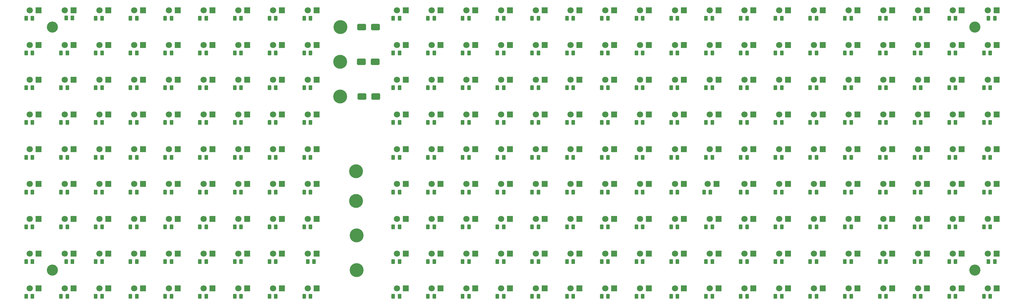
<source format=gbr>
%TF.GenerationSoftware,KiCad,Pcbnew,9.0.3*%
%TF.CreationDate,2025-07-14T16:51:55+02:00*%
%TF.ProjectId,9x9+9x18Module,3978392b-3978-4313-984d-6f64756c652e,rev?*%
%TF.SameCoordinates,Original*%
%TF.FileFunction,Soldermask,Bot*%
%TF.FilePolarity,Negative*%
%FSLAX46Y46*%
G04 Gerber Fmt 4.6, Leading zero omitted, Abs format (unit mm)*
G04 Created by KiCad (PCBNEW 9.0.3) date 2025-07-14 16:51:55*
%MOMM*%
%LPD*%
G01*
G04 APERTURE LIST*
G04 Aperture macros list*
%AMRoundRect*
0 Rectangle with rounded corners*
0 $1 Rounding radius*
0 $2 $3 $4 $5 $6 $7 $8 $9 X,Y pos of 4 corners*
0 Add a 4 corners polygon primitive as box body*
4,1,4,$2,$3,$4,$5,$6,$7,$8,$9,$2,$3,0*
0 Add four circle primitives for the rounded corners*
1,1,$1+$1,$2,$3*
1,1,$1+$1,$4,$5*
1,1,$1+$1,$6,$7*
1,1,$1+$1,$8,$9*
0 Add four rect primitives between the rounded corners*
20,1,$1+$1,$2,$3,$4,$5,0*
20,1,$1+$1,$4,$5,$6,$7,0*
20,1,$1+$1,$6,$7,$8,$9,0*
20,1,$1+$1,$8,$9,$2,$3,0*%
G04 Aperture macros list end*
%ADD10RoundRect,0.250000X0.262500X0.450000X-0.262500X0.450000X-0.262500X-0.450000X0.262500X-0.450000X0*%
%ADD11R,1.800000X1.800000*%
%ADD12C,1.800000*%
%ADD13RoundRect,0.250000X1.000000X0.650000X-1.000000X0.650000X-1.000000X-0.650000X1.000000X-0.650000X0*%
%ADD14C,3.200000*%
%ADD15C,4.000000*%
G04 APERTURE END LIST*
D10*
%TO.C,R168*%
X263627500Y-63200000D03*
X265452500Y-63200000D03*
%TD*%
D11*
%TO.C,D190*%
X277240000Y-70900000D03*
D12*
X274700000Y-70900000D03*
%TD*%
D11*
%TO.C,D181*%
X187240000Y-70900000D03*
D12*
X184700000Y-70900000D03*
%TD*%
D11*
%TO.C,D3*%
X41640000Y-20900000D03*
D12*
X39100000Y-20900000D03*
%TD*%
D11*
%TO.C,D209*%
X287240000Y-80900000D03*
D12*
X284700000Y-80900000D03*
%TD*%
D11*
%TO.C,D94*%
X217240000Y-20900000D03*
D12*
X214700000Y-20900000D03*
%TD*%
D11*
%TO.C,D73*%
X21640000Y-100900000D03*
D12*
X19100000Y-100900000D03*
%TD*%
D11*
%TO.C,D14*%
X61640000Y-30900000D03*
D12*
X59100000Y-30900000D03*
%TD*%
D11*
%TO.C,D72*%
X101640000Y-90900000D03*
D12*
X99100000Y-90900000D03*
%TD*%
D11*
%TO.C,D54*%
X101640000Y-70900000D03*
D12*
X99100000Y-70900000D03*
%TD*%
D11*
%TO.C,D53*%
X91640000Y-70900000D03*
D12*
X89100000Y-70900000D03*
%TD*%
D11*
%TO.C,D42*%
X71640000Y-60900000D03*
D12*
X69100000Y-60900000D03*
%TD*%
D11*
%TO.C,D172*%
X277240000Y-60900000D03*
D12*
X274700000Y-60900000D03*
%TD*%
D11*
%TO.C,D74*%
X31640000Y-100900000D03*
D12*
X29100000Y-100900000D03*
%TD*%
D11*
%TO.C,D200*%
X197240000Y-80900000D03*
D12*
X194700000Y-80900000D03*
%TD*%
D11*
%TO.C,D78*%
X71640000Y-100900000D03*
D12*
X69100000Y-100900000D03*
%TD*%
D11*
%TO.C,D212*%
X137240000Y-90900000D03*
D12*
X134700000Y-90900000D03*
%TD*%
D11*
%TO.C,D23*%
X61640000Y-40900000D03*
D12*
X59100000Y-40900000D03*
%TD*%
D11*
%TO.C,D213*%
X147240000Y-90900000D03*
D12*
X144700000Y-90900000D03*
%TD*%
D11*
%TO.C,D81*%
X101640000Y-100900000D03*
D12*
X99100000Y-100900000D03*
%TD*%
D11*
%TO.C,D179*%
X167240000Y-70900000D03*
D12*
X164700000Y-70900000D03*
%TD*%
D11*
%TO.C,D226*%
X277240000Y-90900000D03*
D12*
X274700000Y-90900000D03*
%TD*%
D11*
%TO.C,D87*%
X147240000Y-20900000D03*
D12*
X144700000Y-20900000D03*
%TD*%
D11*
%TO.C,D27*%
X101640000Y-40900000D03*
D12*
X99100000Y-40900000D03*
%TD*%
D11*
%TO.C,D126*%
X177240000Y-40900000D03*
D12*
X174700000Y-40900000D03*
%TD*%
D11*
%TO.C,D97*%
X247240000Y-20900000D03*
D12*
X244700000Y-20900000D03*
%TD*%
D11*
%TO.C,D168*%
X237240000Y-60900000D03*
D12*
X234700000Y-60900000D03*
%TD*%
D11*
%TO.C,D6*%
X71640000Y-20900000D03*
D12*
X69100000Y-20900000D03*
%TD*%
D11*
%TO.C,D37*%
X21640000Y-60900000D03*
D12*
X19100000Y-60900000D03*
%TD*%
D11*
%TO.C,D167*%
X227240000Y-60900000D03*
D12*
X224700000Y-60900000D03*
%TD*%
D11*
%TO.C,D147*%
X207240000Y-50900000D03*
D12*
X204700000Y-50900000D03*
%TD*%
D11*
%TO.C,D28*%
X21640000Y-50900000D03*
D12*
X19100000Y-50900000D03*
%TD*%
D11*
%TO.C,D121*%
X127240000Y-40900000D03*
D12*
X124700000Y-40900000D03*
%TD*%
D11*
%TO.C,D118*%
X277240000Y-30900000D03*
D12*
X274700000Y-30900000D03*
%TD*%
D11*
%TO.C,D111*%
X207240000Y-30900000D03*
D12*
X204700000Y-30900000D03*
%TD*%
D11*
%TO.C,D214*%
X157240000Y-90900000D03*
D12*
X154700000Y-90900000D03*
%TD*%
D11*
%TO.C,D67*%
X51640000Y-90900000D03*
D12*
X49100000Y-90900000D03*
%TD*%
D11*
%TO.C,D95*%
X227240000Y-20900000D03*
D12*
X224700000Y-20900000D03*
%TD*%
D11*
%TO.C,D123*%
X147240000Y-40900000D03*
D12*
X144700000Y-40900000D03*
%TD*%
D11*
%TO.C,D24*%
X71640000Y-40900000D03*
D12*
X69100000Y-40900000D03*
%TD*%
D11*
%TO.C,D224*%
X257240000Y-90900000D03*
D12*
X254700000Y-90900000D03*
%TD*%
D11*
%TO.C,D50*%
X61640000Y-70900000D03*
D12*
X59100000Y-70900000D03*
%TD*%
D11*
%TO.C,D210*%
X297240000Y-80900000D03*
D12*
X294700000Y-80900000D03*
%TD*%
D11*
%TO.C,D13*%
X51640000Y-30900000D03*
D12*
X49100000Y-30900000D03*
%TD*%
D11*
%TO.C,D222*%
X237240000Y-90900000D03*
D12*
X234700000Y-90900000D03*
%TD*%
D11*
%TO.C,D154*%
X277240000Y-50900000D03*
D12*
X274700000Y-50900000D03*
%TD*%
D11*
%TO.C,D156*%
X297240000Y-50900000D03*
D12*
X294700000Y-50900000D03*
%TD*%
D11*
%TO.C,D96*%
X237240000Y-20900000D03*
D12*
X234700000Y-20900000D03*
%TD*%
D11*
%TO.C,D164*%
X197240000Y-60900000D03*
D12*
X194700000Y-60900000D03*
%TD*%
D11*
%TO.C,D158*%
X137240000Y-60900000D03*
D12*
X134700000Y-60900000D03*
%TD*%
D11*
%TO.C,D66*%
X41640000Y-90900000D03*
D12*
X39100000Y-90900000D03*
%TD*%
D11*
%TO.C,D17*%
X91640000Y-30900000D03*
D12*
X89100000Y-30900000D03*
%TD*%
D11*
%TO.C,D26*%
X91640000Y-40900000D03*
D12*
X89100000Y-40900000D03*
%TD*%
D11*
%TO.C,D141*%
X147240000Y-50900000D03*
D12*
X144700000Y-50900000D03*
%TD*%
D11*
%TO.C,D208*%
X277240000Y-80900000D03*
D12*
X274700000Y-80900000D03*
%TD*%
D11*
%TO.C,D106*%
X157240000Y-30900000D03*
D12*
X154700000Y-30900000D03*
%TD*%
D11*
%TO.C,D41*%
X61640000Y-60900000D03*
D12*
X59100000Y-60900000D03*
%TD*%
D11*
%TO.C,D204*%
X237240000Y-80900000D03*
D12*
X234700000Y-80900000D03*
%TD*%
D11*
%TO.C,D9*%
X101640000Y-20900000D03*
D12*
X99100000Y-20900000D03*
%TD*%
D11*
%TO.C,D58*%
X51640000Y-80900000D03*
D12*
X49100000Y-80900000D03*
%TD*%
D11*
%TO.C,D235*%
X187240000Y-100900000D03*
D12*
X184700000Y-100900000D03*
%TD*%
D11*
%TO.C,D140*%
X137240000Y-50900000D03*
D12*
X134700000Y-50900000D03*
%TD*%
D11*
%TO.C,D101*%
X287240000Y-20900000D03*
D12*
X284700000Y-20900000D03*
%TD*%
D11*
%TO.C,D184*%
X216690000Y-70900000D03*
D12*
X214150000Y-70900000D03*
%TD*%
D11*
%TO.C,D71*%
X91640000Y-90900000D03*
D12*
X89100000Y-90900000D03*
%TD*%
D11*
%TO.C,D56*%
X31640000Y-80900000D03*
D12*
X29100000Y-80900000D03*
%TD*%
D11*
%TO.C,D76*%
X51640000Y-100900000D03*
D12*
X49100000Y-100900000D03*
%TD*%
D11*
%TO.C,D162*%
X177240000Y-60900000D03*
D12*
X174700000Y-60900000D03*
%TD*%
D11*
%TO.C,D132*%
X237240000Y-40900000D03*
D12*
X234700000Y-40900000D03*
%TD*%
D11*
%TO.C,D220*%
X217240000Y-90900000D03*
D12*
X214700000Y-90900000D03*
%TD*%
D11*
%TO.C,D99*%
X267240000Y-20900000D03*
D12*
X264700000Y-20900000D03*
%TD*%
D11*
%TO.C,D229*%
X127240000Y-100900000D03*
D12*
X124700000Y-100900000D03*
%TD*%
D11*
%TO.C,D104*%
X137240000Y-30900000D03*
D12*
X134700000Y-30900000D03*
%TD*%
D11*
%TO.C,D89*%
X167240000Y-20900000D03*
D12*
X164700000Y-20900000D03*
%TD*%
D11*
%TO.C,D185*%
X227240000Y-70900000D03*
D12*
X224700000Y-70900000D03*
%TD*%
D11*
%TO.C,D163*%
X187240000Y-60900000D03*
D12*
X184700000Y-60900000D03*
%TD*%
D11*
%TO.C,D233*%
X167240000Y-100900000D03*
D12*
X164700000Y-100900000D03*
%TD*%
D11*
%TO.C,D174*%
X297240000Y-60900000D03*
D12*
X294700000Y-60900000D03*
%TD*%
D11*
%TO.C,D145*%
X187240000Y-50900000D03*
D12*
X184700000Y-50900000D03*
%TD*%
D11*
%TO.C,D133*%
X247240000Y-40900000D03*
D12*
X244700000Y-40900000D03*
%TD*%
D11*
%TO.C,D225*%
X267240000Y-90900000D03*
D12*
X264700000Y-90900000D03*
%TD*%
D11*
%TO.C,D236*%
X197240000Y-100900000D03*
D12*
X194700000Y-100900000D03*
%TD*%
D11*
%TO.C,D102*%
X297240000Y-20900000D03*
D12*
X294700000Y-20900000D03*
%TD*%
D11*
%TO.C,D143*%
X167240000Y-50900000D03*
D12*
X164700000Y-50900000D03*
%TD*%
D11*
%TO.C,D45*%
X101640000Y-60900000D03*
D12*
X99100000Y-60900000D03*
%TD*%
D11*
%TO.C,D107*%
X167240000Y-30900000D03*
D12*
X164700000Y-30900000D03*
%TD*%
D11*
%TO.C,D231*%
X147240000Y-100900000D03*
D12*
X144700000Y-100900000D03*
%TD*%
D11*
%TO.C,D195*%
X147240000Y-80900000D03*
D12*
X144700000Y-80900000D03*
%TD*%
D11*
%TO.C,D18*%
X101640000Y-30900000D03*
D12*
X99100000Y-30900000D03*
%TD*%
D11*
%TO.C,D199*%
X187240000Y-80900000D03*
D12*
X184700000Y-80900000D03*
%TD*%
D11*
%TO.C,D4*%
X51640000Y-20900000D03*
D12*
X49100000Y-20900000D03*
%TD*%
D11*
%TO.C,D228*%
X297240000Y-90900000D03*
D12*
X294700000Y-90900000D03*
%TD*%
D11*
%TO.C,D20*%
X31640000Y-40900000D03*
D12*
X29100000Y-40900000D03*
%TD*%
D11*
%TO.C,D61*%
X81640000Y-80900000D03*
D12*
X79100000Y-80900000D03*
%TD*%
D11*
%TO.C,D32*%
X61640000Y-50900000D03*
D12*
X59100000Y-50900000D03*
%TD*%
D11*
%TO.C,D218*%
X197240000Y-90900000D03*
D12*
X194700000Y-90900000D03*
%TD*%
D11*
%TO.C,D242*%
X257240000Y-100900000D03*
D12*
X254700000Y-100900000D03*
%TD*%
D11*
%TO.C,D108*%
X177240000Y-30900000D03*
D12*
X174700000Y-30900000D03*
%TD*%
D11*
%TO.C,D43*%
X81640000Y-60900000D03*
D12*
X79100000Y-60900000D03*
%TD*%
D11*
%TO.C,D189*%
X267240000Y-70900000D03*
D12*
X264700000Y-70900000D03*
%TD*%
D11*
%TO.C,D201*%
X207240000Y-80900000D03*
D12*
X204700000Y-80900000D03*
%TD*%
D11*
%TO.C,D176*%
X137240000Y-70900000D03*
D12*
X134700000Y-70900000D03*
%TD*%
D11*
%TO.C,D130*%
X217240000Y-40900000D03*
D12*
X214700000Y-40900000D03*
%TD*%
D11*
%TO.C,D211*%
X127240000Y-90900000D03*
D12*
X124700000Y-90900000D03*
%TD*%
D11*
%TO.C,D205*%
X247240000Y-80900000D03*
D12*
X244700000Y-80900000D03*
%TD*%
D11*
%TO.C,D112*%
X217240000Y-30900000D03*
D12*
X214700000Y-30900000D03*
%TD*%
D11*
%TO.C,D138*%
X297240000Y-40900000D03*
D12*
X294700000Y-40900000D03*
%TD*%
D11*
%TO.C,D31*%
X51640000Y-50900000D03*
D12*
X49100000Y-50900000D03*
%TD*%
D11*
%TO.C,D166*%
X217240000Y-60900000D03*
D12*
X214700000Y-60900000D03*
%TD*%
D11*
%TO.C,D70*%
X81640000Y-90900000D03*
D12*
X79100000Y-90900000D03*
%TD*%
D11*
%TO.C,D202*%
X217240000Y-80900000D03*
D12*
X214700000Y-80900000D03*
%TD*%
D11*
%TO.C,D244*%
X277240000Y-100900000D03*
D12*
X274700000Y-100900000D03*
%TD*%
D11*
%TO.C,D223*%
X247240000Y-90900000D03*
D12*
X244700000Y-90900000D03*
%TD*%
D11*
%TO.C,D60*%
X71640000Y-80900000D03*
D12*
X69100000Y-80900000D03*
%TD*%
D11*
%TO.C,D48*%
X41640000Y-70900000D03*
D12*
X39100000Y-70900000D03*
%TD*%
D11*
%TO.C,D8*%
X91640000Y-20900000D03*
D12*
X89100000Y-20900000D03*
%TD*%
D11*
%TO.C,D2*%
X31640000Y-20900000D03*
D12*
X29100000Y-20900000D03*
%TD*%
D11*
%TO.C,D36*%
X101640000Y-50900000D03*
D12*
X99100000Y-50900000D03*
%TD*%
D11*
%TO.C,D69*%
X71640000Y-90900000D03*
D12*
X69100000Y-90900000D03*
%TD*%
D11*
%TO.C,D119*%
X287240000Y-30900000D03*
D12*
X284700000Y-30900000D03*
%TD*%
D11*
%TO.C,D146*%
X197240000Y-50900000D03*
D12*
X194700000Y-50900000D03*
%TD*%
D11*
%TO.C,D237*%
X207240000Y-100900000D03*
D12*
X204700000Y-100900000D03*
%TD*%
D11*
%TO.C,D219*%
X207240000Y-90900000D03*
D12*
X204700000Y-90900000D03*
%TD*%
D11*
%TO.C,D91*%
X187240000Y-20900000D03*
D12*
X184700000Y-20900000D03*
%TD*%
D11*
%TO.C,D15*%
X71640000Y-30900000D03*
D12*
X69100000Y-30900000D03*
%TD*%
D11*
%TO.C,D137*%
X287240000Y-40900000D03*
D12*
X284700000Y-40900000D03*
%TD*%
D11*
%TO.C,D142*%
X157240000Y-50900000D03*
D12*
X154700000Y-50900000D03*
%TD*%
D11*
%TO.C,D230*%
X137240000Y-100900000D03*
D12*
X134700000Y-100900000D03*
%TD*%
D11*
%TO.C,D170*%
X257240000Y-60900000D03*
D12*
X254700000Y-60900000D03*
%TD*%
D11*
%TO.C,D12*%
X41640000Y-30900000D03*
D12*
X39100000Y-30900000D03*
%TD*%
D11*
%TO.C,D127*%
X187240000Y-40900000D03*
D12*
X184700000Y-40900000D03*
%TD*%
D11*
%TO.C,D165*%
X207240000Y-60900000D03*
D12*
X204700000Y-60900000D03*
%TD*%
D11*
%TO.C,D105*%
X147240000Y-30900000D03*
D12*
X144700000Y-30900000D03*
%TD*%
D11*
%TO.C,D177*%
X147240000Y-70900000D03*
D12*
X144700000Y-70900000D03*
%TD*%
D11*
%TO.C,D49*%
X51640000Y-70900000D03*
D12*
X49100000Y-70900000D03*
%TD*%
D11*
%TO.C,D80*%
X91640000Y-100900000D03*
D12*
X89100000Y-100900000D03*
%TD*%
D11*
%TO.C,D186*%
X237240000Y-70900000D03*
D12*
X234700000Y-70900000D03*
%TD*%
D11*
%TO.C,D207*%
X267240000Y-80900000D03*
D12*
X264700000Y-80900000D03*
%TD*%
D11*
%TO.C,D241*%
X247240000Y-100900000D03*
D12*
X244700000Y-100900000D03*
%TD*%
D11*
%TO.C,D59*%
X61640000Y-80900000D03*
D12*
X59100000Y-80900000D03*
%TD*%
D11*
%TO.C,D5*%
X61640000Y-20900000D03*
D12*
X59100000Y-20900000D03*
%TD*%
D11*
%TO.C,D35*%
X91640000Y-50900000D03*
D12*
X89100000Y-50900000D03*
%TD*%
D11*
%TO.C,D98*%
X257240000Y-20900000D03*
D12*
X254700000Y-20900000D03*
%TD*%
D11*
%TO.C,D151*%
X247240000Y-50900000D03*
D12*
X244700000Y-50900000D03*
%TD*%
D11*
%TO.C,D155*%
X287240000Y-50900000D03*
D12*
X284700000Y-50900000D03*
%TD*%
D11*
%TO.C,D206*%
X257240000Y-80900000D03*
D12*
X254700000Y-80900000D03*
%TD*%
D11*
%TO.C,D64*%
X21640000Y-90900000D03*
D12*
X19100000Y-90900000D03*
%TD*%
D11*
%TO.C,D115*%
X247240000Y-30900000D03*
D12*
X244700000Y-30900000D03*
%TD*%
D11*
%TO.C,D178*%
X157240000Y-70900000D03*
D12*
X154700000Y-70900000D03*
%TD*%
D11*
%TO.C,D33*%
X71640000Y-50900000D03*
D12*
X69100000Y-50900000D03*
%TD*%
D11*
%TO.C,D152*%
X257240000Y-50900000D03*
D12*
X254700000Y-50900000D03*
%TD*%
D11*
%TO.C,D193*%
X127240000Y-80900000D03*
D12*
X124700000Y-80900000D03*
%TD*%
D11*
%TO.C,D144*%
X177240000Y-50900000D03*
D12*
X174700000Y-50900000D03*
%TD*%
D11*
%TO.C,D216*%
X177240000Y-90900000D03*
D12*
X174700000Y-90900000D03*
%TD*%
D11*
%TO.C,D188*%
X257240000Y-70900000D03*
D12*
X254700000Y-70900000D03*
%TD*%
D11*
%TO.C,D16*%
X81640000Y-30900000D03*
D12*
X79100000Y-30900000D03*
%TD*%
D11*
%TO.C,D243*%
X267240000Y-100900000D03*
D12*
X264700000Y-100900000D03*
%TD*%
D11*
%TO.C,D129*%
X207240000Y-40900000D03*
D12*
X204700000Y-40900000D03*
%TD*%
D11*
%TO.C,D52*%
X81640000Y-70900000D03*
D12*
X79100000Y-70900000D03*
%TD*%
D11*
%TO.C,D240*%
X237240000Y-100900000D03*
D12*
X234700000Y-100900000D03*
%TD*%
D11*
%TO.C,D30*%
X41640000Y-50900000D03*
D12*
X39100000Y-50900000D03*
%TD*%
D11*
%TO.C,D136*%
X277240000Y-40900000D03*
D12*
X274700000Y-40900000D03*
%TD*%
D11*
%TO.C,D238*%
X217240000Y-100900000D03*
D12*
X214700000Y-100900000D03*
%TD*%
D11*
%TO.C,D103*%
X127240000Y-30900000D03*
D12*
X124700000Y-30900000D03*
%TD*%
D11*
%TO.C,D22*%
X51640000Y-40900000D03*
D12*
X49100000Y-40900000D03*
%TD*%
D11*
%TO.C,D173*%
X287240000Y-60900000D03*
D12*
X284700000Y-60900000D03*
%TD*%
D11*
%TO.C,D77*%
X61640000Y-100900000D03*
D12*
X59100000Y-100900000D03*
%TD*%
D11*
%TO.C,D65*%
X31640000Y-90900000D03*
D12*
X29100000Y-90900000D03*
%TD*%
D11*
%TO.C,D134*%
X257240000Y-40900000D03*
D12*
X254700000Y-40900000D03*
%TD*%
D11*
%TO.C,D217*%
X187240000Y-90900000D03*
D12*
X184700000Y-90900000D03*
%TD*%
D11*
%TO.C,D117*%
X267240000Y-30900000D03*
D12*
X264700000Y-30900000D03*
%TD*%
D11*
%TO.C,D182*%
X197240000Y-70900000D03*
D12*
X194700000Y-70900000D03*
%TD*%
D11*
%TO.C,D100*%
X277240000Y-20900000D03*
D12*
X274700000Y-20900000D03*
%TD*%
D11*
%TO.C,D7*%
X81640000Y-20900000D03*
D12*
X79100000Y-20900000D03*
%TD*%
D11*
%TO.C,D221*%
X227240000Y-90900000D03*
D12*
X224700000Y-90900000D03*
%TD*%
D11*
%TO.C,D62*%
X91640000Y-80900000D03*
D12*
X89100000Y-80900000D03*
%TD*%
D11*
%TO.C,D25*%
X81640000Y-40900000D03*
D12*
X79100000Y-40900000D03*
%TD*%
D11*
%TO.C,D47*%
X31640000Y-70900000D03*
D12*
X29100000Y-70900000D03*
%TD*%
D11*
%TO.C,D197*%
X167240000Y-80900000D03*
D12*
X164700000Y-80900000D03*
%TD*%
D11*
%TO.C,D175*%
X127240000Y-70900000D03*
D12*
X124700000Y-70900000D03*
%TD*%
D11*
%TO.C,D183*%
X207240000Y-70900000D03*
D12*
X204700000Y-70900000D03*
%TD*%
D11*
%TO.C,D227*%
X287240000Y-90900000D03*
D12*
X284700000Y-90900000D03*
%TD*%
D11*
%TO.C,D55*%
X21640000Y-80900000D03*
D12*
X19100000Y-80900000D03*
%TD*%
D11*
%TO.C,D191*%
X287240000Y-70900000D03*
D12*
X284700000Y-70900000D03*
%TD*%
D11*
%TO.C,D246*%
X297240000Y-100900000D03*
D12*
X294700000Y-100900000D03*
%TD*%
D11*
%TO.C,D169*%
X247240000Y-60900000D03*
D12*
X244700000Y-60900000D03*
%TD*%
D11*
%TO.C,D116*%
X257240000Y-30900000D03*
D12*
X254700000Y-30900000D03*
%TD*%
D11*
%TO.C,D239*%
X227240000Y-100900000D03*
D12*
X224700000Y-100900000D03*
%TD*%
D11*
%TO.C,D11*%
X31640000Y-30900000D03*
D12*
X29100000Y-30900000D03*
%TD*%
D11*
%TO.C,D150*%
X237240000Y-50900000D03*
D12*
X234700000Y-50900000D03*
%TD*%
D11*
%TO.C,D39*%
X41640000Y-60900000D03*
D12*
X39100000Y-60900000D03*
%TD*%
D11*
%TO.C,D10*%
X21640000Y-30900000D03*
D12*
X19100000Y-30900000D03*
%TD*%
D11*
%TO.C,D203*%
X227240000Y-80900000D03*
D12*
X224700000Y-80900000D03*
%TD*%
D11*
%TO.C,D157*%
X127240000Y-60900000D03*
D12*
X124700000Y-60900000D03*
%TD*%
D11*
%TO.C,D88*%
X157240000Y-20900000D03*
D12*
X154700000Y-20900000D03*
%TD*%
D11*
%TO.C,D122*%
X137240000Y-40900000D03*
D12*
X134700000Y-40900000D03*
%TD*%
D11*
%TO.C,D180*%
X177240000Y-70900000D03*
D12*
X174700000Y-70900000D03*
%TD*%
D11*
%TO.C,D135*%
X267240000Y-40900000D03*
D12*
X264700000Y-40900000D03*
%TD*%
D11*
%TO.C,D109*%
X187240000Y-30900000D03*
D12*
X184700000Y-30900000D03*
%TD*%
D11*
%TO.C,D51*%
X71640000Y-70900000D03*
D12*
X69100000Y-70900000D03*
%TD*%
D11*
%TO.C,D192*%
X297240000Y-70900000D03*
D12*
X294700000Y-70900000D03*
%TD*%
D11*
%TO.C,D110*%
X197240000Y-30900000D03*
D12*
X194700000Y-30900000D03*
%TD*%
D11*
%TO.C,D38*%
X31640000Y-60900000D03*
D12*
X29100000Y-60900000D03*
%TD*%
D11*
%TO.C,D171*%
X267240000Y-60900000D03*
D12*
X264700000Y-60900000D03*
%TD*%
D11*
%TO.C,D46*%
X21640000Y-70900000D03*
D12*
X19100000Y-70900000D03*
%TD*%
D11*
%TO.C,D63*%
X101640000Y-80900000D03*
D12*
X99100000Y-80900000D03*
%TD*%
D11*
%TO.C,D44*%
X91640000Y-60900000D03*
D12*
X89100000Y-60900000D03*
%TD*%
D11*
%TO.C,D196*%
X157240000Y-80900000D03*
D12*
X154700000Y-80900000D03*
%TD*%
D11*
%TO.C,D93*%
X207240000Y-20900000D03*
D12*
X204700000Y-20900000D03*
%TD*%
D11*
%TO.C,D194*%
X137240000Y-80900000D03*
D12*
X134700000Y-80900000D03*
%TD*%
D11*
%TO.C,D161*%
X167240000Y-60900000D03*
D12*
X164700000Y-60900000D03*
%TD*%
D11*
%TO.C,D148*%
X217240000Y-50900000D03*
D12*
X214700000Y-50900000D03*
%TD*%
D11*
%TO.C,D40*%
X51640000Y-60900000D03*
D12*
X49100000Y-60900000D03*
%TD*%
D11*
%TO.C,D232*%
X157240000Y-100900000D03*
D12*
X154700000Y-100900000D03*
%TD*%
D11*
%TO.C,D79*%
X81640000Y-100900000D03*
D12*
X79100000Y-100900000D03*
%TD*%
D11*
%TO.C,D160*%
X157240000Y-60900000D03*
D12*
X154700000Y-60900000D03*
%TD*%
D11*
%TO.C,D92*%
X197240000Y-20900000D03*
D12*
X194700000Y-20900000D03*
%TD*%
D11*
%TO.C,D21*%
X41640000Y-40900000D03*
D12*
X39100000Y-40900000D03*
%TD*%
D11*
%TO.C,D125*%
X167240000Y-40900000D03*
D12*
X164700000Y-40900000D03*
%TD*%
D11*
%TO.C,D113*%
X227240000Y-30900000D03*
D12*
X224700000Y-30900000D03*
%TD*%
D11*
%TO.C,D75*%
X41640000Y-100900000D03*
D12*
X39100000Y-100900000D03*
%TD*%
D11*
%TO.C,D128*%
X197240000Y-40900000D03*
D12*
X194700000Y-40900000D03*
%TD*%
D11*
%TO.C,D85*%
X127240000Y-20900000D03*
D12*
X124700000Y-20900000D03*
%TD*%
D11*
%TO.C,D139*%
X127240000Y-50900000D03*
D12*
X124700000Y-50900000D03*
%TD*%
D11*
%TO.C,D34*%
X81640000Y-50900000D03*
D12*
X79100000Y-50900000D03*
%TD*%
D11*
%TO.C,D19*%
X21640000Y-40900000D03*
D12*
X19100000Y-40900000D03*
%TD*%
D11*
%TO.C,D149*%
X227240000Y-50900000D03*
D12*
X224700000Y-50900000D03*
%TD*%
D11*
%TO.C,D234*%
X177240000Y-100900000D03*
D12*
X174700000Y-100900000D03*
%TD*%
D11*
%TO.C,D68*%
X61640000Y-90900000D03*
D12*
X59100000Y-90900000D03*
%TD*%
D11*
%TO.C,D131*%
X227240000Y-40900000D03*
D12*
X224700000Y-40900000D03*
%TD*%
D11*
%TO.C,D215*%
X167240000Y-90900000D03*
D12*
X164700000Y-90900000D03*
%TD*%
D11*
%TO.C,D29*%
X31640000Y-50900000D03*
D12*
X29100000Y-50900000D03*
%TD*%
D11*
%TO.C,D120*%
X297240000Y-30900000D03*
D12*
X294700000Y-30900000D03*
%TD*%
D11*
%TO.C,D86*%
X137240000Y-20900000D03*
D12*
X134700000Y-20900000D03*
%TD*%
D11*
%TO.C,D124*%
X157240000Y-40900000D03*
D12*
X154700000Y-40900000D03*
%TD*%
D11*
%TO.C,D1*%
X21640000Y-20900000D03*
D12*
X19100000Y-20900000D03*
%TD*%
D11*
%TO.C,D90*%
X177240000Y-20900000D03*
D12*
X174700000Y-20900000D03*
%TD*%
D11*
%TO.C,D245*%
X287240000Y-100900000D03*
D12*
X284700000Y-100900000D03*
%TD*%
D11*
%TO.C,D114*%
X237240000Y-30900000D03*
D12*
X234700000Y-30900000D03*
%TD*%
D11*
%TO.C,D153*%
X267240000Y-50900000D03*
D12*
X264700000Y-50900000D03*
%TD*%
D11*
%TO.C,D57*%
X41640000Y-80900000D03*
D12*
X39100000Y-80900000D03*
%TD*%
D11*
%TO.C,D198*%
X177240000Y-80900000D03*
D12*
X174700000Y-80900000D03*
%TD*%
D11*
%TO.C,D187*%
X247240000Y-70900000D03*
D12*
X244700000Y-70900000D03*
%TD*%
D11*
%TO.C,D159*%
X147240000Y-60900000D03*
D12*
X144700000Y-60900000D03*
%TD*%
D13*
%TO.C,D82*%
X118640000Y-45700000D03*
X114640000Y-45700000D03*
%TD*%
D10*
%TO.C,R30*%
X39865000Y-53200000D03*
X38040000Y-53200000D03*
%TD*%
%TO.C,R138*%
X145452500Y-53200000D03*
X143627500Y-53200000D03*
%TD*%
D14*
%TO.C,REF\u002A\u002A*%
X291040000Y-25700000D03*
%TD*%
D10*
%TO.C,R98*%
X285452500Y-23200000D03*
X283627500Y-23200000D03*
%TD*%
%TO.C,R222*%
X265452500Y-93200000D03*
X263627500Y-93200000D03*
%TD*%
%TO.C,R106*%
X185452500Y-33200000D03*
X183627500Y-33200000D03*
%TD*%
%TO.C,R198*%
X205452500Y-83200000D03*
X203627500Y-83200000D03*
%TD*%
%TO.C,R217*%
X215452500Y-93200000D03*
X213627500Y-93200000D03*
%TD*%
%TO.C,R72*%
X100865000Y-93200000D03*
X99040000Y-93200000D03*
%TD*%
%TO.C,R39*%
X39865000Y-63200000D03*
X38040000Y-63200000D03*
%TD*%
%TO.C,R232*%
X185452500Y-103200000D03*
X183627500Y-103200000D03*
%TD*%
%TO.C,R208*%
X125452500Y-93200000D03*
X123627500Y-93200000D03*
%TD*%
%TO.C,R84*%
X145452500Y-23200000D03*
X143627500Y-23200000D03*
%TD*%
%TO.C,R129*%
X235452500Y-43200000D03*
X233627500Y-43200000D03*
%TD*%
%TO.C,R11*%
X29865000Y-33200000D03*
X28040000Y-33200000D03*
%TD*%
%TO.C,R117*%
X295452500Y-33200000D03*
X293627500Y-33200000D03*
%TD*%
D15*
%TO.C,J3*%
X108390000Y-45700000D03*
%TD*%
D10*
%TO.C,R171*%
X295452500Y-63200000D03*
X293627500Y-63200000D03*
%TD*%
%TO.C,R37*%
X19865000Y-63200000D03*
X18040000Y-63200000D03*
%TD*%
%TO.C,R100*%
X125452500Y-33200000D03*
X123627500Y-33200000D03*
%TD*%
%TO.C,R59*%
X59865000Y-83200000D03*
X58040000Y-83200000D03*
%TD*%
%TO.C,R123*%
X175452500Y-43200000D03*
X173627500Y-43200000D03*
%TD*%
D15*
%TO.C,J6*%
X113090000Y-95700000D03*
%TD*%
D10*
%TO.C,R130*%
X245452500Y-43200000D03*
X243627500Y-43200000D03*
%TD*%
%TO.C,R223*%
X275452500Y-93200000D03*
X273627500Y-93200000D03*
%TD*%
%TO.C,R29*%
X29865000Y-53200000D03*
X28040000Y-53200000D03*
%TD*%
%TO.C,R94*%
X245452500Y-23200000D03*
X243627500Y-23200000D03*
%TD*%
%TO.C,R63*%
X99865000Y-83200000D03*
X98040000Y-83200000D03*
%TD*%
%TO.C,R97*%
X275452500Y-23200000D03*
X273627500Y-23200000D03*
%TD*%
%TO.C,R61*%
X79865000Y-83200000D03*
X78040000Y-83200000D03*
%TD*%
%TO.C,R158*%
X165452500Y-63200000D03*
X163627500Y-63200000D03*
%TD*%
D14*
%TO.C,REF\u002A\u002A*%
X25540000Y-95700000D03*
%TD*%
D10*
%TO.C,R149*%
X255452500Y-53200000D03*
X253627500Y-53200000D03*
%TD*%
%TO.C,R5*%
X59865000Y-23200000D03*
X58040000Y-23200000D03*
%TD*%
%TO.C,R127*%
X215452500Y-43200000D03*
X213627500Y-43200000D03*
%TD*%
%TO.C,R80*%
X89865000Y-103200000D03*
X88040000Y-103200000D03*
%TD*%
%TO.C,R231*%
X175452500Y-103200000D03*
X173627500Y-103200000D03*
%TD*%
%TO.C,R75*%
X39865000Y-103200000D03*
X38040000Y-103200000D03*
%TD*%
%TO.C,R227*%
X135452500Y-103200000D03*
X133627500Y-103200000D03*
%TD*%
%TO.C,R226*%
X125452500Y-103200000D03*
X123627500Y-103200000D03*
%TD*%
%TO.C,R1*%
X19865000Y-23200000D03*
X18040000Y-23200000D03*
%TD*%
%TO.C,R112*%
X245452500Y-33200000D03*
X243627500Y-33200000D03*
%TD*%
%TO.C,R234*%
X205452500Y-103200000D03*
X203627500Y-103200000D03*
%TD*%
%TO.C,R142*%
X185452500Y-53200000D03*
X183627500Y-53200000D03*
%TD*%
%TO.C,R180*%
X205452500Y-73200000D03*
X203627500Y-73200000D03*
%TD*%
%TO.C,R195*%
X175452500Y-83200000D03*
X173627500Y-83200000D03*
%TD*%
%TO.C,R43*%
X79865000Y-63200000D03*
X78040000Y-63200000D03*
%TD*%
D14*
%TO.C,REF\u002A\u002A*%
X291040000Y-95700000D03*
%TD*%
D10*
%TO.C,R67*%
X49865000Y-93200000D03*
X48040000Y-93200000D03*
%TD*%
%TO.C,R146*%
X225452500Y-53200000D03*
X223627500Y-53200000D03*
%TD*%
%TO.C,R143*%
X195452500Y-53200000D03*
X193627500Y-53200000D03*
%TD*%
%TO.C,R41*%
X59865000Y-63200000D03*
X58040000Y-63200000D03*
%TD*%
%TO.C,R229*%
X155452500Y-103200000D03*
X153627500Y-103200000D03*
%TD*%
%TO.C,R103*%
X155452500Y-33200000D03*
X153627500Y-33200000D03*
%TD*%
%TO.C,R86*%
X165452500Y-23200000D03*
X163627500Y-23200000D03*
%TD*%
%TO.C,R76*%
X49865000Y-103200000D03*
X48040000Y-103200000D03*
%TD*%
%TO.C,R14*%
X59865000Y-33200000D03*
X58040000Y-33200000D03*
%TD*%
%TO.C,R136*%
X125452500Y-53200000D03*
X123627500Y-53200000D03*
%TD*%
%TO.C,R121*%
X155452500Y-43200000D03*
X153627500Y-43200000D03*
%TD*%
%TO.C,R162*%
X205452500Y-63200000D03*
X203627500Y-63200000D03*
%TD*%
D14*
%TO.C,REF\u002A\u002A*%
X25540000Y-25700000D03*
%TD*%
D10*
%TO.C,R190*%
X125452500Y-83200000D03*
X123627500Y-83200000D03*
%TD*%
%TO.C,R206*%
X285452500Y-83200000D03*
X283627500Y-83200000D03*
%TD*%
%TO.C,R207*%
X295452500Y-83200000D03*
X293627500Y-83200000D03*
%TD*%
%TO.C,R56*%
X29865000Y-83200000D03*
X28040000Y-83200000D03*
%TD*%
%TO.C,R82*%
X125452500Y-23200000D03*
X123627500Y-23200000D03*
%TD*%
%TO.C,R148*%
X245452500Y-53200000D03*
X243627500Y-53200000D03*
%TD*%
%TO.C,R181*%
X214902500Y-73200000D03*
X213077500Y-73200000D03*
%TD*%
%TO.C,R197*%
X195452500Y-83200000D03*
X193627500Y-83200000D03*
%TD*%
%TO.C,R134*%
X285452500Y-43200000D03*
X283627500Y-43200000D03*
%TD*%
%TO.C,R78*%
X69865000Y-103200000D03*
X68040000Y-103200000D03*
%TD*%
%TO.C,R224*%
X285452500Y-93200000D03*
X283627500Y-93200000D03*
%TD*%
%TO.C,R51*%
X69865000Y-73200000D03*
X68040000Y-73200000D03*
%TD*%
D15*
%TO.C,J7*%
X112990000Y-75750000D03*
%TD*%
D10*
%TO.C,R34*%
X79865000Y-53200000D03*
X78040000Y-53200000D03*
%TD*%
%TO.C,R57*%
X39865000Y-83200000D03*
X38040000Y-83200000D03*
%TD*%
%TO.C,R65*%
X31352500Y-93200000D03*
X29527500Y-93200000D03*
%TD*%
%TO.C,R19*%
X19865000Y-43200000D03*
X18040000Y-43200000D03*
%TD*%
%TO.C,R238*%
X245452500Y-103200000D03*
X243627500Y-103200000D03*
%TD*%
%TO.C,R15*%
X69865000Y-33200000D03*
X68040000Y-33200000D03*
%TD*%
%TO.C,R186*%
X265452500Y-73200000D03*
X263627500Y-73200000D03*
%TD*%
%TO.C,R161*%
X195452500Y-63200000D03*
X193627500Y-63200000D03*
%TD*%
%TO.C,R3*%
X39865000Y-23200000D03*
X38040000Y-23200000D03*
%TD*%
%TO.C,R170*%
X285452500Y-63200000D03*
X283627500Y-63200000D03*
%TD*%
%TO.C,R2*%
X31352500Y-23100000D03*
X29527500Y-23100000D03*
%TD*%
%TO.C,R164*%
X225452500Y-63200000D03*
X223627500Y-63200000D03*
%TD*%
%TO.C,R79*%
X79865000Y-103200000D03*
X78040000Y-103200000D03*
%TD*%
%TO.C,R135*%
X295452500Y-43200000D03*
X293627500Y-43200000D03*
%TD*%
%TO.C,R203*%
X255452500Y-83200000D03*
X253627500Y-83200000D03*
%TD*%
%TO.C,R102*%
X145452500Y-33200000D03*
X143627500Y-33200000D03*
%TD*%
%TO.C,R87*%
X175452500Y-23200000D03*
X173627500Y-23200000D03*
%TD*%
%TO.C,R218*%
X225452500Y-93200000D03*
X223627500Y-93200000D03*
%TD*%
%TO.C,R219*%
X235452500Y-93200000D03*
X233627500Y-93200000D03*
%TD*%
%TO.C,R150*%
X265452500Y-53200000D03*
X263627500Y-53200000D03*
%TD*%
%TO.C,R166*%
X245452500Y-63200000D03*
X243627500Y-63200000D03*
%TD*%
%TO.C,R92*%
X225452500Y-23200000D03*
X223627500Y-23200000D03*
%TD*%
%TO.C,R64*%
X19865000Y-93200000D03*
X18040000Y-93200000D03*
%TD*%
%TO.C,R172*%
X125452500Y-73200000D03*
X123627500Y-73200000D03*
%TD*%
%TO.C,R184*%
X245452500Y-73200000D03*
X243627500Y-73200000D03*
%TD*%
%TO.C,R31*%
X49865000Y-53200000D03*
X48040000Y-53200000D03*
%TD*%
%TO.C,R174*%
X145452500Y-73200000D03*
X143627500Y-73200000D03*
%TD*%
%TO.C,R62*%
X89865000Y-83200000D03*
X88040000Y-83200000D03*
%TD*%
%TO.C,R73*%
X19865000Y-103200000D03*
X18040000Y-103200000D03*
%TD*%
%TO.C,R235*%
X215452500Y-103200000D03*
X213627500Y-103200000D03*
%TD*%
%TO.C,R179*%
X195452500Y-73200000D03*
X193627500Y-73200000D03*
%TD*%
%TO.C,R36*%
X99865000Y-53200000D03*
X98040000Y-53200000D03*
%TD*%
%TO.C,R88*%
X185452500Y-23200000D03*
X183627500Y-23200000D03*
%TD*%
%TO.C,R33*%
X69865000Y-53200000D03*
X68040000Y-53200000D03*
%TD*%
%TO.C,R53*%
X89865000Y-73200000D03*
X88040000Y-73200000D03*
%TD*%
%TO.C,R210*%
X145452500Y-93200000D03*
X143627500Y-93200000D03*
%TD*%
%TO.C,R209*%
X135452500Y-93200000D03*
X133627500Y-93200000D03*
%TD*%
%TO.C,R96*%
X265452500Y-23200000D03*
X263627500Y-23200000D03*
%TD*%
%TO.C,R185*%
X255452500Y-73200000D03*
X253627500Y-73200000D03*
%TD*%
%TO.C,R115*%
X275452500Y-33200000D03*
X273627500Y-33200000D03*
%TD*%
%TO.C,R243*%
X295452500Y-103200000D03*
X293627500Y-103200000D03*
%TD*%
%TO.C,R60*%
X69865000Y-83200000D03*
X68040000Y-83200000D03*
%TD*%
%TO.C,R17*%
X89865000Y-33200000D03*
X88040000Y-33200000D03*
%TD*%
%TO.C,R10*%
X19865000Y-33200000D03*
X18040000Y-33200000D03*
%TD*%
%TO.C,R55*%
X19865000Y-83200000D03*
X18040000Y-83200000D03*
%TD*%
%TO.C,R68*%
X59865000Y-93200000D03*
X58040000Y-93200000D03*
%TD*%
D15*
%TO.C,J2*%
X112990000Y-67200000D03*
%TD*%
D10*
%TO.C,R212*%
X165452500Y-93200000D03*
X163627500Y-93200000D03*
%TD*%
%TO.C,R9*%
X99865000Y-23200000D03*
X98040000Y-23200000D03*
%TD*%
%TO.C,R12*%
X39865000Y-33200000D03*
X38040000Y-33200000D03*
%TD*%
%TO.C,R125*%
X195452500Y-43200000D03*
X193627500Y-43200000D03*
%TD*%
%TO.C,R35*%
X89865000Y-53200000D03*
X88040000Y-53200000D03*
%TD*%
%TO.C,R48*%
X39865000Y-73200000D03*
X38040000Y-73200000D03*
%TD*%
%TO.C,R119*%
X135452500Y-43200000D03*
X133627500Y-43200000D03*
%TD*%
%TO.C,R69*%
X69865000Y-93200000D03*
X68040000Y-93200000D03*
%TD*%
%TO.C,R24*%
X69865000Y-43200000D03*
X68040000Y-43200000D03*
%TD*%
%TO.C,R27*%
X99865000Y-43200000D03*
X98040000Y-43200000D03*
%TD*%
%TO.C,R163*%
X215452500Y-63200000D03*
X213627500Y-63200000D03*
%TD*%
%TO.C,R132*%
X265452500Y-43200000D03*
X263627500Y-43200000D03*
%TD*%
%TO.C,R230*%
X165452500Y-103200000D03*
X163627500Y-103200000D03*
%TD*%
%TO.C,R155*%
X135452500Y-63200000D03*
X133627500Y-63200000D03*
%TD*%
%TO.C,R240*%
X265452500Y-103200000D03*
X263627500Y-103200000D03*
%TD*%
%TO.C,R126*%
X205452500Y-43200000D03*
X203627500Y-43200000D03*
%TD*%
%TO.C,R139*%
X155452500Y-53200000D03*
X153627500Y-53200000D03*
%TD*%
%TO.C,R108*%
X205452500Y-33200000D03*
X203627500Y-33200000D03*
%TD*%
%TO.C,R77*%
X59865000Y-103200000D03*
X58040000Y-103200000D03*
%TD*%
%TO.C,R105*%
X175452500Y-33200000D03*
X173627500Y-33200000D03*
%TD*%
%TO.C,R118*%
X125452500Y-43200000D03*
X123627500Y-43200000D03*
%TD*%
%TO.C,R99*%
X296752500Y-23200000D03*
X294927500Y-23200000D03*
%TD*%
%TO.C,R6*%
X69865000Y-23200000D03*
X68040000Y-23200000D03*
%TD*%
%TO.C,R120*%
X145452500Y-43200000D03*
X143627500Y-43200000D03*
%TD*%
%TO.C,R66*%
X39865000Y-93200000D03*
X38040000Y-93200000D03*
%TD*%
%TO.C,R225*%
X296752500Y-93200000D03*
X294927500Y-93200000D03*
%TD*%
%TO.C,R52*%
X79865000Y-73200000D03*
X78040000Y-73200000D03*
%TD*%
%TO.C,R193*%
X155452500Y-83200000D03*
X153627500Y-83200000D03*
%TD*%
%TO.C,R83*%
X135452500Y-23200000D03*
X133627500Y-23200000D03*
%TD*%
%TO.C,R182*%
X225452500Y-73200000D03*
X223627500Y-73200000D03*
%TD*%
%TO.C,R49*%
X49865000Y-73200000D03*
X48040000Y-73200000D03*
%TD*%
%TO.C,R47*%
X29865000Y-73200000D03*
X28040000Y-73200000D03*
%TD*%
%TO.C,R109*%
X215452500Y-33200000D03*
X213627500Y-33200000D03*
%TD*%
%TO.C,R221*%
X255452500Y-93200000D03*
X253627500Y-93200000D03*
%TD*%
%TO.C,R236*%
X225452500Y-103200000D03*
X223627500Y-103200000D03*
%TD*%
%TO.C,R196*%
X185452500Y-83200000D03*
X183627500Y-83200000D03*
%TD*%
%TO.C,R165*%
X235452500Y-63200000D03*
X233627500Y-63200000D03*
%TD*%
%TO.C,R140*%
X165452500Y-53200000D03*
X163627500Y-53200000D03*
%TD*%
%TO.C,R122*%
X165452500Y-43200000D03*
X163627500Y-43200000D03*
%TD*%
%TO.C,R177*%
X175452500Y-73200000D03*
X173627500Y-73200000D03*
%TD*%
%TO.C,R199*%
X215452500Y-83200000D03*
X213627500Y-83200000D03*
%TD*%
%TO.C,R113*%
X255452500Y-33200000D03*
X253627500Y-33200000D03*
%TD*%
%TO.C,R194*%
X165452500Y-83200000D03*
X163627500Y-83200000D03*
%TD*%
%TO.C,R70*%
X79865000Y-93200000D03*
X78040000Y-93200000D03*
%TD*%
%TO.C,R93*%
X235452500Y-23200000D03*
X233627500Y-23200000D03*
%TD*%
%TO.C,R32*%
X59865000Y-53200000D03*
X58040000Y-53200000D03*
%TD*%
%TO.C,R157*%
X155452500Y-63200000D03*
X153627500Y-63200000D03*
%TD*%
%TO.C,R21*%
X39865000Y-43200000D03*
X38040000Y-43200000D03*
%TD*%
%TO.C,R214*%
X185452500Y-93200000D03*
X183627500Y-93200000D03*
%TD*%
%TO.C,R175*%
X155452500Y-73200000D03*
X153627500Y-73200000D03*
%TD*%
D15*
%TO.C,J5*%
X108490000Y-25700000D03*
%TD*%
D10*
%TO.C,R50*%
X59865000Y-73200000D03*
X58040000Y-73200000D03*
%TD*%
%TO.C,R200*%
X225452500Y-83200000D03*
X223627500Y-83200000D03*
%TD*%
%TO.C,R110*%
X225452500Y-33200000D03*
X223627500Y-33200000D03*
%TD*%
%TO.C,R101*%
X135452500Y-33200000D03*
X133627500Y-33200000D03*
%TD*%
%TO.C,R202*%
X245452500Y-83200000D03*
X243627500Y-83200000D03*
%TD*%
%TO.C,R22*%
X49865000Y-43200000D03*
X48040000Y-43200000D03*
%TD*%
%TO.C,R242*%
X285452500Y-103200000D03*
X283627500Y-103200000D03*
%TD*%
%TO.C,R54*%
X99865000Y-73200000D03*
X98040000Y-73200000D03*
%TD*%
D13*
%TO.C,D84*%
X118540000Y-25700000D03*
X114540000Y-25700000D03*
%TD*%
D10*
%TO.C,R228*%
X145452500Y-103200000D03*
X143627500Y-103200000D03*
%TD*%
%TO.C,R204*%
X265452500Y-83200000D03*
X263627500Y-83200000D03*
%TD*%
%TO.C,R137*%
X135452500Y-53200000D03*
X133627500Y-53200000D03*
%TD*%
%TO.C,R153*%
X295452500Y-53200000D03*
X293627500Y-53200000D03*
%TD*%
%TO.C,R46*%
X19865000Y-73200000D03*
X18040000Y-73200000D03*
%TD*%
%TO.C,R187*%
X275452500Y-73200000D03*
X273627500Y-73200000D03*
%TD*%
%TO.C,R26*%
X89865000Y-43200000D03*
X88040000Y-43200000D03*
%TD*%
D13*
%TO.C,D83*%
X118490000Y-35700000D03*
X114490000Y-35700000D03*
%TD*%
D10*
%TO.C,R133*%
X275452500Y-43200000D03*
X273627500Y-43200000D03*
%TD*%
%TO.C,R145*%
X215452500Y-53200000D03*
X213627500Y-53200000D03*
%TD*%
%TO.C,R151*%
X275452500Y-53200000D03*
X273627500Y-53200000D03*
%TD*%
%TO.C,R128*%
X225452500Y-43200000D03*
X223627500Y-43200000D03*
%TD*%
%TO.C,R141*%
X175452500Y-53200000D03*
X173627500Y-53200000D03*
%TD*%
%TO.C,R220*%
X245452500Y-93200000D03*
X243627500Y-93200000D03*
%TD*%
%TO.C,R213*%
X175452500Y-93200000D03*
X173627500Y-93200000D03*
%TD*%
%TO.C,R152*%
X285452500Y-53200000D03*
X283627500Y-53200000D03*
%TD*%
%TO.C,R42*%
X69865000Y-63200000D03*
X68040000Y-63200000D03*
%TD*%
%TO.C,R233*%
X195452500Y-103200000D03*
X193627500Y-103200000D03*
%TD*%
%TO.C,R28*%
X19865000Y-53200000D03*
X18040000Y-53200000D03*
%TD*%
%TO.C,R131*%
X255452500Y-43200000D03*
X253627500Y-43200000D03*
%TD*%
%TO.C,R189*%
X295452500Y-73200000D03*
X293627500Y-73200000D03*
%TD*%
%TO.C,R91*%
X215452500Y-23200000D03*
X213627500Y-23200000D03*
%TD*%
%TO.C,R74*%
X29865000Y-103200000D03*
X28040000Y-103200000D03*
%TD*%
%TO.C,R4*%
X49865000Y-23200000D03*
X48040000Y-23200000D03*
%TD*%
%TO.C,R183*%
X235452500Y-73200000D03*
X233627500Y-73200000D03*
%TD*%
%TO.C,R147*%
X235452500Y-53200000D03*
X233627500Y-53200000D03*
%TD*%
%TO.C,R156*%
X145452500Y-63200000D03*
X143627500Y-63200000D03*
%TD*%
%TO.C,R211*%
X155452500Y-93200000D03*
X153627500Y-93200000D03*
%TD*%
%TO.C,R178*%
X185452500Y-73200000D03*
X183627500Y-73200000D03*
%TD*%
%TO.C,R167*%
X255452500Y-63200000D03*
X253627500Y-63200000D03*
%TD*%
%TO.C,R114*%
X265452500Y-33200000D03*
X263627500Y-33200000D03*
%TD*%
%TO.C,R116*%
X285452500Y-33200000D03*
X283627500Y-33200000D03*
%TD*%
%TO.C,R160*%
X185452500Y-63200000D03*
X183627500Y-63200000D03*
%TD*%
%TO.C,R192*%
X145452500Y-83200000D03*
X143627500Y-83200000D03*
%TD*%
%TO.C,R237*%
X235452500Y-103200000D03*
X233627500Y-103200000D03*
%TD*%
D15*
%TO.C,J4*%
X108390000Y-35700000D03*
%TD*%
D10*
%TO.C,R85*%
X155452500Y-23200000D03*
X153627500Y-23200000D03*
%TD*%
%TO.C,R20*%
X29865000Y-43200000D03*
X28040000Y-43200000D03*
%TD*%
%TO.C,R40*%
X49865000Y-63200000D03*
X48040000Y-63200000D03*
%TD*%
%TO.C,R8*%
X89865000Y-23200000D03*
X88040000Y-23200000D03*
%TD*%
%TO.C,R71*%
X89865000Y-93200000D03*
X88040000Y-93200000D03*
%TD*%
%TO.C,R104*%
X165452500Y-33200000D03*
X163627500Y-33200000D03*
%TD*%
%TO.C,R144*%
X205452500Y-53200000D03*
X203627500Y-53200000D03*
%TD*%
%TO.C,R45*%
X99865000Y-63200000D03*
X98040000Y-63200000D03*
%TD*%
%TO.C,R111*%
X235452500Y-33200000D03*
X233627500Y-33200000D03*
%TD*%
%TO.C,R13*%
X49865000Y-33200000D03*
X48040000Y-33200000D03*
%TD*%
%TO.C,R216*%
X205452500Y-93200000D03*
X203627500Y-93200000D03*
%TD*%
%TO.C,R44*%
X89865000Y-63200000D03*
X88040000Y-63200000D03*
%TD*%
%TO.C,R159*%
X175452500Y-63200000D03*
X173627500Y-63200000D03*
%TD*%
%TO.C,R188*%
X285452500Y-73200000D03*
X283627500Y-73200000D03*
%TD*%
%TO.C,R95*%
X255452500Y-23200000D03*
X253627500Y-23200000D03*
%TD*%
%TO.C,R239*%
X255452500Y-103200000D03*
X253627500Y-103200000D03*
%TD*%
%TO.C,R215*%
X195452500Y-93200000D03*
X193627500Y-93200000D03*
%TD*%
%TO.C,R201*%
X235452500Y-83200000D03*
X233627500Y-83200000D03*
%TD*%
%TO.C,R124*%
X185452500Y-43200000D03*
X183627500Y-43200000D03*
%TD*%
%TO.C,R25*%
X79865000Y-43200000D03*
X78040000Y-43200000D03*
%TD*%
%TO.C,R169*%
X275452500Y-63200000D03*
X273627500Y-63200000D03*
%TD*%
%TO.C,R81*%
X99865000Y-103200000D03*
X98040000Y-103200000D03*
%TD*%
%TO.C,R7*%
X79865000Y-23200000D03*
X78040000Y-23200000D03*
%TD*%
%TO.C,R241*%
X275452500Y-103200000D03*
X273627500Y-103200000D03*
%TD*%
%TO.C,R154*%
X125452500Y-63200000D03*
X123627500Y-63200000D03*
%TD*%
%TO.C,R16*%
X79865000Y-33200000D03*
X78040000Y-33200000D03*
%TD*%
%TO.C,R38*%
X29865000Y-63200000D03*
X28040000Y-63200000D03*
%TD*%
D15*
%TO.C,J1*%
X113090000Y-85700000D03*
%TD*%
D10*
%TO.C,R173*%
X135452500Y-73200000D03*
X133627500Y-73200000D03*
%TD*%
%TO.C,R191*%
X135452500Y-83200000D03*
X133627500Y-83200000D03*
%TD*%
%TO.C,R89*%
X195452500Y-23200000D03*
X193627500Y-23200000D03*
%TD*%
%TO.C,R23*%
X59865000Y-43200000D03*
X58040000Y-43200000D03*
%TD*%
%TO.C,R90*%
X205452500Y-23200000D03*
X203627500Y-23200000D03*
%TD*%
%TO.C,R176*%
X165452500Y-73200000D03*
X163627500Y-73200000D03*
%TD*%
%TO.C,R18*%
X99865000Y-33200000D03*
X98040000Y-33200000D03*
%TD*%
%TO.C,R107*%
X195452500Y-33200000D03*
X193627500Y-33200000D03*
%TD*%
%TO.C,R58*%
X49865000Y-83200000D03*
X48040000Y-83200000D03*
%TD*%
%TO.C,R205*%
X275452500Y-83200000D03*
X273627500Y-83200000D03*
%TD*%
M02*

</source>
